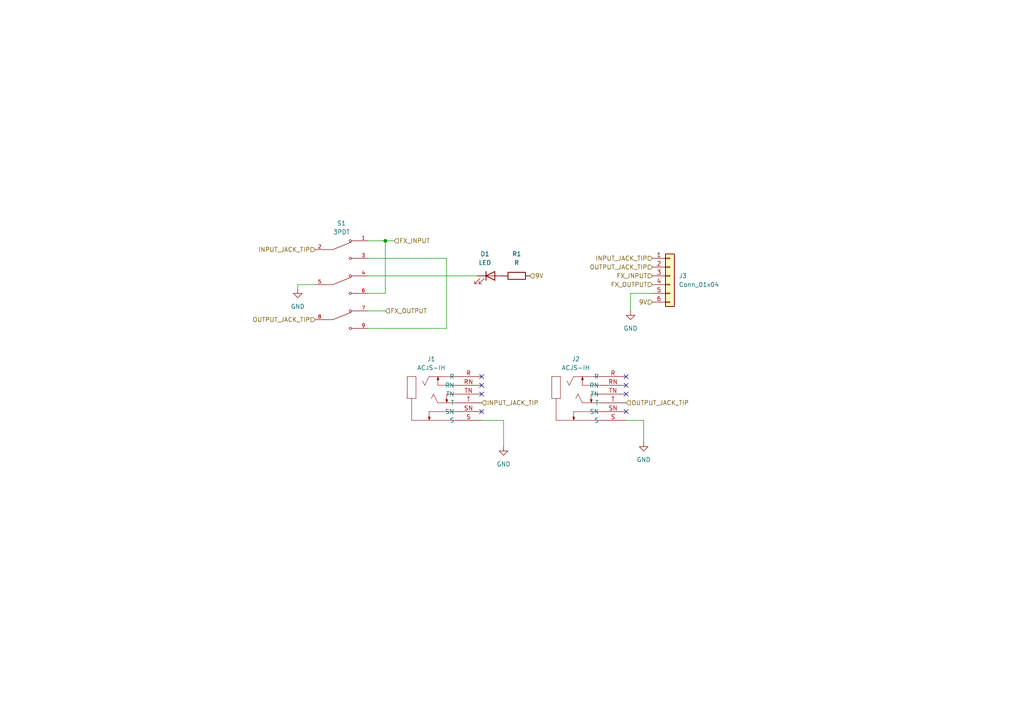
<source format=kicad_sch>
(kicad_sch (version 20231120) (generator "eeschema") (generator_version "8.0")
  (paper "A4")
  (title_block (title "1590B I/O Board") (date "2024-04-29") (rev "v1.0") (company "Silicon-based LIfeforms"))
  (lib_symbols
    (symbol "Connector_Generic:Conn_01x06" (pin_names (offset 1.016) hide)
      (property "Reference" "J" (at 0 7.62 0))
      (property "Value" "Conn_01x06" (at 0 -10.16 0))
      (symbol "Conn_01x06_1_1"
        (rectangle (start -1.27 -7.493) (end 0 -7.747) (stroke (width 0.1524)))
        (rectangle (start -1.27 -4.953) (end 0 -5.207) (stroke (width 0.1524)))
        (rectangle (start -1.27 -2.413) (end 0 -2.667) (stroke (width 0.1524)))
        (rectangle (start -1.27 0.127) (end 0 -0.127) (stroke (width 0.1524)))
        (rectangle (start -1.27 2.667) (end 0 2.413) (stroke (width 0.1524)))
        (rectangle (start -1.27 5.207) (end 0 4.953) (stroke (width 0.1524)))
        (rectangle (start -1.27 6.35) (end 1.27 -8.89) (stroke (width 0.254)) (fill (type background)))
        (pin passive line (at -5.08 5.08 0) (length 3.81) (name "Pin_1") (number "1"))
        (pin passive line (at -5.08 2.54 0) (length 3.81) (name "Pin_2") (number "2"))
        (pin passive line (at -5.08 0 0) (length 3.81) (name "Pin_3") (number "3"))
        (pin passive line (at -5.08 -2.54 0) (length 3.81) (name "Pin_4") (number "4"))
        (pin passive line (at -5.08 -5.08 0) (length 3.81) (name "Pin_5") (number "5"))
        (pin passive line (at -5.08 -7.62 0) (length 3.81) (name "Pin_6") (number "6"))
      )
    )
    (symbol "Device:LED" (pin_numbers hide) (pin_names (offset 1.016) hide)
      (property "Reference" "D" (at 0 2.54 0))
      (property "Value" "LED" (at 0 -2.54 0))
      (symbol "LED_0_1"
        (polyline (pts (xy -1.27 -1.27) (xy -1.27 1.27)) (stroke (width 0.254)))
        (polyline (pts (xy -1.27 0) (xy 1.27 0)))
        (polyline (pts (xy 1.27 -1.27) (xy 1.27 1.27) (xy -1.27 0) (xy 1.27 -1.27)) (stroke (width 0.254)))
        (polyline (pts (xy -3.048 -0.762) (xy -4.572 -2.286) (xy -3.81 -2.286) (xy -4.572 -2.286) (xy -4.572 -1.524)))
        (polyline (pts (xy -1.778 -0.762) (xy -3.302 -2.286) (xy -2.54 -2.286) (xy -3.302 -2.286) (xy -3.302 -1.524)))
      )
      (symbol "LED_1_1"
        (pin passive line (at -3.81 0 0) (length 2.54) (name "K") (number "1"))
        (pin passive line (at 3.81 0 180) (length 2.54) (name "A") (number "2"))
      )
    )
    (symbol "Device:R" (pin_numbers hide) (pin_names (offset 0))
      (property "Reference" "R" (at 2.032 0 90))
      (property "Value" "R" (at 0 0 90))
      (symbol "R_0_1"
        (rectangle (start -1.016 -2.54) (end 1.016 2.54) (stroke (width 0.254)))
      )
      (symbol "R_1_1"
        (pin passive line (at 0 3.81 270) (length 1.27) (name "~") (number "1"))
        (pin passive line (at 0 -3.81 90) (length 1.27) (name "~") (number "2"))
      )
    )
    (symbol "KiCadAudio:3PDT" (pin_names (offset 1.016))
      (property "Reference" "S" (at -2.54 15.24 0))
      (property "Value" "3PDT" (at -2.54 -15.24 0))
      (symbol "3PDT_0_0"
        (polyline (pts (xy -2.54 -10.16) (xy -5.08 -10.16)) (stroke (width 0.1524)))
        (polyline (pts (xy -2.54 -10.16) (xy 2.794 -8.0264)) (stroke (width 0.1524)))
        (polyline (pts (xy -2.54 0) (xy -5.08 0)) (stroke (width 0.1524)))
        (polyline (pts (xy -2.54 0) (xy 2.794 2.1336)) (stroke (width 0.1524)))
        (polyline (pts (xy -2.54 10.16) (xy -5.08 10.16)) (stroke (width 0.1524)))
        (polyline (pts (xy -2.54 10.16) (xy 2.794 12.2936)) (stroke (width 0.1524)))
        (polyline (pts (xy 5.08 -12.7) (xy 2.921 -12.7)) (stroke (width 0.1524)))
        (polyline (pts (xy 5.08 -7.62) (xy 2.921 -7.62)) (stroke (width 0.1524)))
        (polyline (pts (xy 5.08 -2.54) (xy 2.921 -2.54)) (stroke (width 0.1524)))
        (polyline (pts (xy 5.08 2.54) (xy 2.921 2.54)) (stroke (width 0.1524)))
        (polyline (pts (xy 5.08 7.62) (xy 2.921 7.62)) (stroke (width 0.1524)))
        (polyline (pts (xy 5.08 12.7) (xy 2.921 12.7)) (stroke (width 0.1524)))
        (circle (center 2.54 -12.7) (radius 0.3302) (stroke (width 0.1524)))
        (circle (center 2.54 -7.62) (radius 0.3302) (stroke (width 0.1524)))
        (circle (center 2.54 -2.54) (radius 0.3302) (stroke (width 0.1524)))
        (circle (center 2.54 2.54) (radius 0.3302) (stroke (width 0.1524)))
        (circle (center 2.54 7.62) (radius 0.3302) (stroke (width 0.1524)))
        (circle (center 2.54 12.7) (radius 0.3302) (stroke (width 0.1524)))
        (pin passive line (at 7.62 12.7 180) (length 2.54) (name "~") (number "1"))
        (pin passive line (at -7.62 10.16 0) (length 2.54) (name "~") (number "2"))
        (pin passive line (at 7.62 7.62 180) (length 2.54) (name "~") (number "3"))
        (pin passive line (at 7.62 2.54 180) (length 2.54) (name "~") (number "4"))
        (pin passive line (at -7.62 0 0) (length 2.54) (name "~") (number "5"))
        (pin passive line (at 7.62 -2.54 180) (length 2.54) (name "~") (number "6"))
        (pin passive line (at 7.62 -7.62 180) (length 2.54) (name "~") (number "7"))
        (pin passive line (at -7.62 -10.16 0) (length 2.54) (name "~") (number "8"))
        (pin passive line (at 7.62 -12.7 180) (length 2.54) (name "~") (number "9"))
      )
    )
    (symbol "KiCadAudio:ACJS-IH" (pin_names (offset 0.254))
      (property "Reference" "J" (at -10.16 7.62 0))
      (property "Value" "ACJS-IH" (at -10.16 5.08 0))
      (symbol "ACJS-IH_0_1"
        (polyline (pts (xy -21.59 -6.35) (xy -21.59 0)) (stroke (width 0.127)))
        (polyline (pts (xy -21.59 0) (xy -19.05 0)) (stroke (width 0.127)))
        (polyline (pts (xy -20.32 -6.35) (xy -20.32 -12.7)) (stroke (width 0.127)))
        (polyline (pts (xy -19.05 -6.35) (xy -21.59 -6.35)) (stroke (width 0.127)))
        (polyline (pts (xy -19.05 0) (xy -19.05 -6.35)) (stroke (width 0.127)))
        (polyline (pts (xy -16.51 -2.54) (xy -17.145 -1.27)) (stroke (width 0.127)))
        (polyline (pts (xy -15.24 -11.7475) (xy -15.24 -10.16)) (stroke (width 0.127)))
        (polyline (pts (xy -15.24 0) (xy -16.51 -2.54)) (stroke (width 0.127)))
        (polyline (pts (xy -13.97 -5.08) (xy -14.605 -6.35)) (stroke (width 0.127)))
        (polyline (pts (xy -12.7 -7.62) (xy -13.97 -5.08)) (stroke (width 0.127)))
        (polyline (pts (xy -12.7 -0.9525) (xy -12.7 -2.54)) (stroke (width 0.127)))
        (polyline (pts (xy -10.16 -6.6675) (xy -10.16 -5.08)) (stroke (width 0.127)))
        (polyline (pts (xy -7.62 -12.7) (xy -20.32 -12.7)) (stroke (width 0.127)))
        (polyline (pts (xy -7.62 -10.16) (xy -15.24 -10.16)) (stroke (width 0.127)))
        (polyline (pts (xy -7.62 -7.62) (xy -12.7 -7.62)) (stroke (width 0.127)))
        (polyline (pts (xy -7.62 -5.08) (xy -10.16 -5.08)) (stroke (width 0.127)))
        (polyline (pts (xy -7.62 -2.54) (xy -12.7 -2.54)) (stroke (width 0.127)))
        (polyline (pts (xy -7.62 0) (xy -15.24 0)) (stroke (width 0.127)))
        (polyline (pts (xy -15.24 -12.7) (xy -14.9225 -11.7475) (xy -15.5575 -11.7475)) (fill (type outline)))
        (polyline (pts (xy -12.7 0) (xy -12.3825 -0.9525) (xy -13.0175 -0.9525)) (fill (type outline)))
        (polyline (pts (xy -10.16 -7.62) (xy -9.8425 -6.6675) (xy -10.4775 -6.6675)) (fill (type outline)))
        (pin unspecified line (at 0 0 180) (length 7.62) (name "R") (number "R"))
        (pin unspecified line (at 0 -2.54 180) (length 7.62) (name "RN") (number "RN"))
        (pin unspecified line (at 0 -12.7 180) (length 7.62) (name "S") (number "S"))
        (pin unspecified line (at 0 -10.16 180) (length 7.62) (name "SN") (number "SN"))
        (pin unspecified line (at 0 -7.62 180) (length 7.62) (name "T") (number "T"))
        (pin unspecified line (at 0 -5.08 180) (length 7.62) (name "TN") (number "TN"))
      )
    )
    (symbol "power:GND" (power) (pin_numbers hide) (pin_names (offset 0) hide)
      (property "Value" "GND" (at 0 -3.81 0))
      (symbol "GND_0_1"
        (polyline (pts (xy 0 0) (xy 0 -1.27) (xy 1.27 -1.27) (xy 0 -2.54) (xy -1.27 -1.27) (xy 0 -1.27)))
      )
      (symbol "GND_1_1"
        (pin power_in line (at 0 0 270) (length 0) (name "~") (number "1"))
      )
    )
  )
  (junction (at 111.76 69.85))
  (no_connect (at 139.7 111.76))
  (no_connect (at 139.7 119.38))
  (no_connect (at 181.61 119.38))
  (no_connect (at 181.61 114.3))
  (no_connect (at 139.7 109.22))
  (no_connect (at 181.61 111.76))
  (no_connect (at 181.61 109.22))
  (no_connect (at 139.7 114.3))
  (wire (pts (xy 129.54 95.25) (xy 106.68 95.25)))
  (wire (pts (xy 189.23 85.09) (xy 182.88 85.09)))
  (wire (pts (xy 129.54 74.93) (xy 129.54 95.25)))
  (wire (pts (xy 111.76 69.85) (xy 114.3 69.85)))
  (wire (pts (xy 111.76 85.09) (xy 106.68 85.09)))
  (wire (pts (xy 86.36 83.82) (xy 86.36 82.55)))
  (wire (pts (xy 181.61 121.92) (xy 186.69 121.92)))
  (wire (pts (xy 186.69 121.92) (xy 186.69 128.27)))
  (wire (pts (xy 111.76 69.85) (xy 111.76 85.09)))
  (wire (pts (xy 111.76 90.17) (xy 106.68 90.17)))
  (wire (pts (xy 106.68 69.85) (xy 111.76 69.85)))
  (wire (pts (xy 139.7 121.92) (xy 146.05 121.92)))
  (wire (pts (xy 146.05 121.92) (xy 146.05 129.54)))
  (wire (pts (xy 106.68 80.01) (xy 138.43 80.01)))
  (wire (pts (xy 106.68 74.93) (xy 129.54 74.93)))
  (wire (pts (xy 182.88 85.09) (xy 182.88 90.17)))
  (wire (pts (xy 86.36 82.55) (xy 91.44 82.55)))
  (hierarchical_label "FX_INPUT" (shape input) (at 189.23 80.01 180))
  (hierarchical_label "9V" (shape input) (at 153.67 80.01 0))
  (hierarchical_label "FX_OUTPUT" (shape input) (at 189.23 82.55 180))
  (hierarchical_label "INPUT_JACK_TIP" (shape input) (at 189.23 74.93 180))
  (hierarchical_label "INPUT_JACK_TIP" (shape input) (at 91.44 72.39 180))
  (hierarchical_label "OUTPUT_JACK_TIP" (shape input) (at 91.44 92.71 180))
  (hierarchical_label "INPUT_JACK_TIP" (shape input) (at 139.7 116.84 0))
  (hierarchical_label "FX_OUTPUT" (shape input) (at 111.76 90.17 0))
  (hierarchical_label "9V" (shape input) (at 189.23 87.63 180))
  (hierarchical_label "FX_INPUT" (shape input) (at 114.3 69.85 0))
  (hierarchical_label "OUTPUT_JACK_TIP" (shape input) (at 189.23 77.47 180))
  (hierarchical_label "OUTPUT_JACK_TIP" (shape input) (at 181.61 116.84 0))
  (symbol (lib_id "power:GND") (at 182.88 90.17 0) (unit 1)
    (property "Reference" "#PWR04" (effects (hide yes)))
    (property "Value" "GND" (at 182.88 95.25 0))
    (property "Description" "Power symbol creates a global label with name \"GND\" , ground" (effects (hide yes)))
  )
  (symbol (lib_id "Device:R") (at 149.86 80.01 90) (unit 1)
    (property "Reference" "R1" (at 149.86 73.66 90))
    (property "Value" "R" (at 149.86 76.2 90))
    (property "Footprint" "Resistor_THT:R_Axial_DIN0207_L6.3mm_D2.5mm_P7.62mm_Horizontal" (effects (hide yes)))
    (property "Description" "Resistor" (effects (hide yes)))
  )
  (symbol (lib_id "KiCadAudio:3PDT") (at 99.06 82.55 0) (unit 1)
    (property "Reference" "S1" (at 99.06 64.77 0))
    (property "Value" "3PDT" (at 99.06 67.31 0))
    (property "Footprint" "Pedals:Tayda_3PDT" (effects (hide yes)))
  )
  (symbol (lib_id "Connector_Generic:Conn_01x06") (at 194.31 80.01 0) (unit 1)
    (property "Reference" "J3" (at 196.85 80.0099 0) (effects (justify left)))
    (property "Value" "Conn_01x04" (at 196.85 82.5499 0) (effects (justify left)))
    (property "Footprint" "1590:01x06_2.54mm_Ribbon_Pads" (effects (hide yes)))
    (property "Description" "Generic connector, single row, 01x06, script generated (kicad-library-utils/schlib/autogen/connector/)" (effects (hide yes)))
  )
  (symbol (lib_id "KiCadAudio:ACJS-IH") (at 181.61 109.22 0) (unit 1)
    (property "Reference" "J2" (at 167.005 104.14 0))
    (property "Value" "ACJS-IH" (at 167.005 106.68 0))
    (property "Footprint" "KicadAudio:Amphenol_ACJS-IH" (effects (hide yes)))
    (property "Datasheet" "ACJS-IH" (effects (hide yes)))
    (property "Description" "Audio Jack, Dual, 3 Poles (Stereo / TRS), Switched Poles (Normalling)" (effects (hide yes)))
  )
  (symbol (lib_id "Device:LED") (at 142.24 80.01 0) (unit 1)
    (property "Reference" "D1" (at 140.6525 73.66 0))
    (property "Value" "LED" (at 140.6525 76.2 0))
    (property "Footprint" "LED_THT:LED_D3.0mm" (effects (hide yes)))
    (property "Description" "Light emitting diode" (effects (hide yes)))
  )
  (symbol (lib_id "power:GND") (at 86.36 83.82 0) (unit 1)
    (property "Reference" "#PWR01" (effects (hide yes)))
    (property "Value" "GND" (at 86.36 88.9 0))
    (property "Description" "Power symbol creates a global label with name \"GND\" , ground" (effects (hide yes)))
  )
  (symbol (lib_id "KiCadAudio:ACJS-IH") (at 139.7 109.22 0) (unit 1)
    (property "Reference" "J1" (at 125.095 104.14 0))
    (property "Value" "ACJS-IH" (at 125.095 106.68 0))
    (property "Footprint" "KicadAudio:Amphenol_ACJS-IH" (effects (hide yes)))
    (property "Datasheet" "ACJS-IH" (effects (hide yes)))
    (property "Description" "Audio Jack, Dual, 3 Poles (Stereo / TRS), Switched Poles (Normalling)" (effects (hide yes)))
  )
  (symbol (lib_id "power:GND") (at 146.05 129.54 0) (unit 1)
    (property "Reference" "#PWR02" (effects (hide yes)))
    (property "Value" "GND" (at 146.05 134.62 0))
    (property "Description" "Power symbol creates a global label with name \"GND\" , ground" (effects (hide yes)))
  )
  (symbol (lib_id "power:GND") (at 186.69 128.27 0) (unit 1)
    (property "Reference" "#PWR03" (effects (hide yes)))
    (property "Value" "GND" (at 186.69 133.35 0))
    (property "Description" "Power symbol creates a global label with name \"GND\" , ground" (effects (hide yes)))
  )
)
</source>
